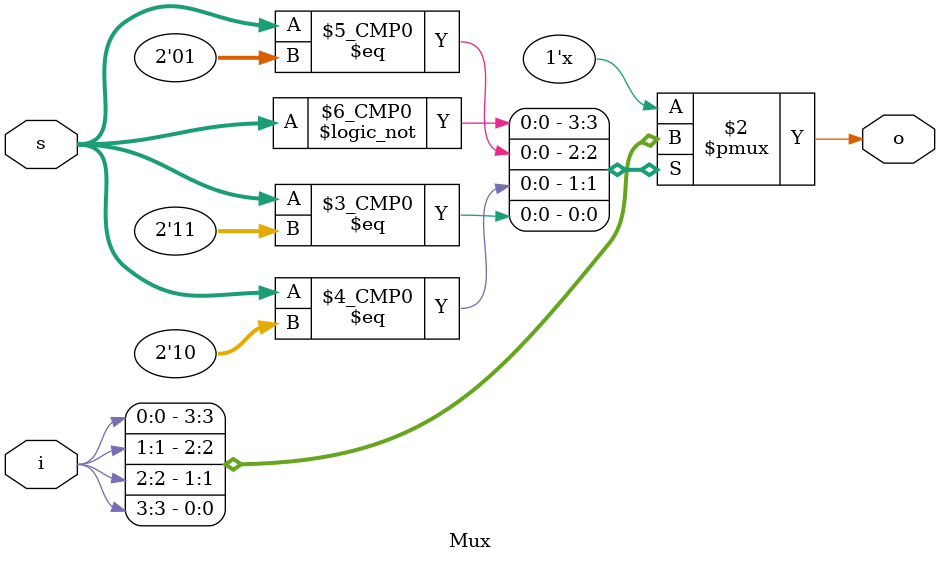
<source format=v>
module Mux(
   input [3:0] i,
   input [1:0] s,
   output reg o
);
 
always @(s or i)
begin
   case (s)
      2'b00 : o = i[0];
      2'b01 : o = i[1];
      2'b10 : o = i[2];
      2'b11 : o = i[3];
      default : o = 1'bx;
   endcase
end
endmodule

</source>
